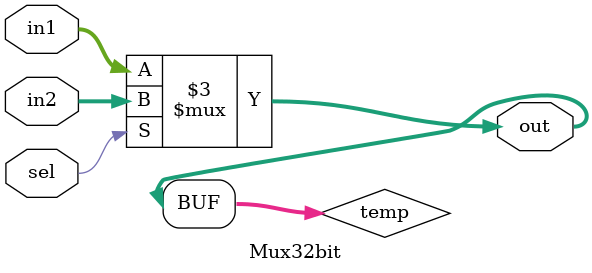
<source format=v>
/*
  MIPS SINGLE CYCLE CPU IMPLEMENTED BY :   
  ARDESHIR  ALIREZA 
  92213118  92213034
*/
module Mux32bit(    
    input [31:0] in1,
    input [31:0] in2,
    input sel,
    output [31:0] out
);

// Write your code here. You can modify all of the codes
  reg [31:0] temp;
  always @(*) begin
    if(sel)
      temp=in2;
    else
      temp=in1;
  end
  assign out=temp;

endmodule

</source>
